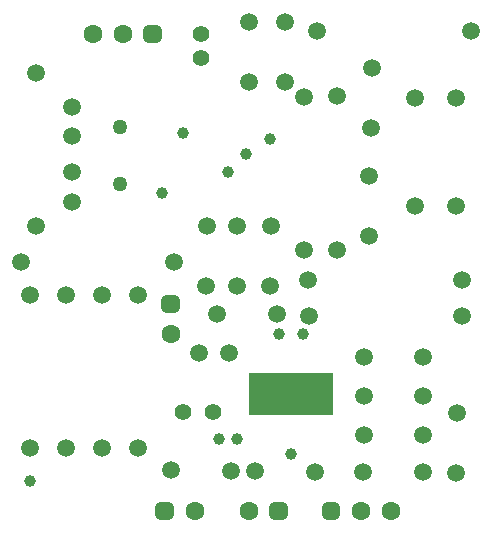
<source format=gbr>
G04 Generated by Ultiboard 13.0 *
%FSLAX24Y24*%
%MOIN*%

%ADD10C,0.0001*%
%ADD11C,0.0001*%
%ADD12C,0.0591*%
%ADD13C,0.0500*%
%ADD14C,0.0551*%
%ADD15C,0.0394*%
%ADD16R,0.0208X0.0208*%
%ADD17C,0.0392*%
%ADD18C,0.0633*%
%ADD19C,0.0300*%


G04 ColorRGB 9900CC for the following layer *
%LNSolder Mask Bottom*%
%LPD*%
G54D10*
G54D11*
G36*
X8000Y3700D02*
X8000Y5100D01*
X10800Y5100D01*
X10800Y3700D01*
X8000Y3700D01*
G37*
G54D12*
X928Y15103D03*
X928Y9985D03*
X2128Y10801D03*
X2128Y11785D03*
X8000Y14800D03*
X8020Y16800D03*
X9200Y14800D03*
X9220Y16800D03*
X8721Y8000D03*
X8741Y10000D03*
X7600Y8000D03*
X7620Y10000D03*
X6600Y10000D03*
X6580Y8000D03*
X2128Y13970D03*
X2128Y12985D03*
X5518Y8800D03*
X400Y8800D03*
X728Y7703D03*
X728Y2585D03*
X1928Y7703D03*
X1928Y2585D03*
X3128Y7703D03*
X3128Y2585D03*
X4328Y7703D03*
X4328Y2585D03*
X9982Y8200D03*
X15100Y8200D03*
X15118Y7000D03*
X10000Y7000D03*
X10200Y1800D03*
X8200Y1820D03*
X5400Y1850D03*
X7400Y1830D03*
X11831Y1780D03*
X13800Y1780D03*
X13819Y5620D03*
X11850Y5620D03*
X9850Y9182D03*
X9850Y14300D03*
X10950Y14318D03*
X10950Y9200D03*
X14928Y10650D03*
X13550Y10650D03*
X14928Y14250D03*
X13550Y14250D03*
X10282Y16500D03*
X15400Y16500D03*
X8950Y7050D03*
X6950Y7070D03*
X6350Y5750D03*
X7350Y5750D03*
X12000Y9650D03*
X12020Y11650D03*
X12100Y15250D03*
X12080Y13250D03*
X13819Y3020D03*
X11850Y3020D03*
X13819Y4320D03*
X11850Y4320D03*
X14950Y3750D03*
X14930Y1750D03*
G54D13*
X3728Y11385D03*
X3728Y13302D03*
G54D14*
X6400Y16387D03*
X6400Y15600D03*
X5816Y3800D03*
X6800Y3800D03*
G54D15*
X7900Y12400D03*
X7300Y11800D03*
X5100Y11100D03*
X9000Y6400D03*
X9800Y6400D03*
X7000Y2900D03*
X7600Y2900D03*
X5800Y13100D03*
X8700Y12900D03*
X700Y1500D03*
X9400Y2400D03*
G54D16*
X9000Y500D03*
X10750Y500D03*
X5400Y7400D03*
X5200Y500D03*
X4800Y16400D03*
G54D17*
X8896Y396D02*
X9104Y396D01*
X9104Y604D01*
X8896Y604D01*
X8896Y396D01*D02*
X10646Y396D02*
X10854Y396D01*
X10854Y604D01*
X10646Y604D01*
X10646Y396D01*D02*
X5296Y7296D02*
X5504Y7296D01*
X5504Y7504D01*
X5296Y7504D01*
X5296Y7296D01*D02*
X5096Y396D02*
X5304Y396D01*
X5304Y604D01*
X5096Y604D01*
X5096Y396D01*D02*
X4696Y16296D02*
X4904Y16296D01*
X4904Y16504D01*
X4696Y16504D01*
X4696Y16296D01*D02*
G54D18*
X8000Y500D03*
X11750Y500D03*
X12750Y500D03*
X5400Y6400D03*
X6200Y500D03*
X3800Y16400D03*
X2800Y16400D03*
G54D19*
X8400Y4000D03*
X8900Y4000D03*
X9400Y4000D03*
X9900Y4000D03*
X10400Y4000D03*
X8400Y4800D03*
X8900Y4800D03*
X8900Y4400D03*
X8400Y4400D03*
X9400Y4800D03*
X9400Y4400D03*
X9900Y4800D03*
X10400Y4800D03*
X10400Y4400D03*
X9900Y4400D03*

M02*

</source>
